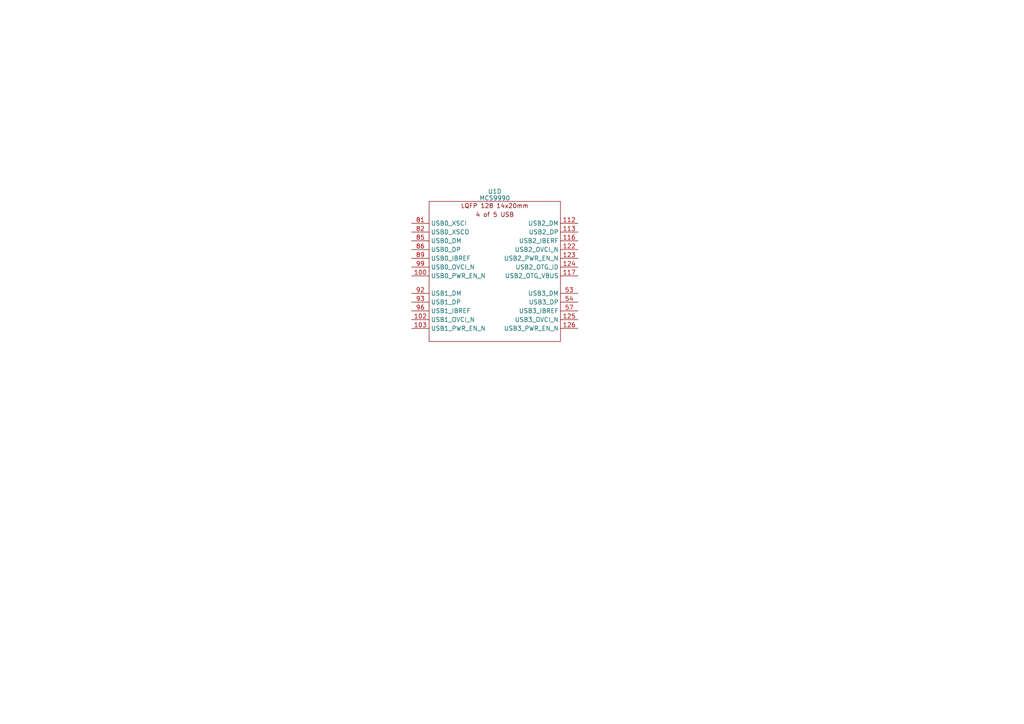
<source format=kicad_sch>
(kicad_sch (version 20230121) (generator eeschema)
  (paper "A4")
  (lib_symbols
    (symbol "html_accel_Symbols:MCS9990"
      (property "Reference" "U" (at 19.05 3.81 0))
      (property "Value" "MCS9990" (at 19.05 1.27 0))
      (symbol "MCS9990_1_0"
        (pin power_in line (at 33.02 -26.67 180) (length 5.08) (name "GND1") (number "1"))
        (pin power_in line (at -5.08 -41.91 0) (length 5.08) (name "+3.3VIO") (number "106"))
        (pin power_in line (at 33.02 -74.93 180) (length 5.08) (name "GND20") (number "107"))
        (pin power_in line (at 33.02 -77.47 180) (length 5.08) (name "GND21") (number "108"))
        (pin power_in line (at -5.08 -26.67 0) (length 5.08) (name "+1.2V") (number "109"))
        (pin power_in line (at 33.02 -31.75 180) (length 5.08) (name "GND3") (number "11"))
        (pin power_in line (at -5.08 -85.09 0) (length 5.08) (name "+3.3VA") (number "110"))
        (pin power_in line (at -5.08 -87.63 0) (length 5.08) (name "+3.3VA") (number "111"))
        (pin power_in line (at 33.02 -80.01 180) (length 5.08) (name "GND22") (number "114"))
        (pin power_in line (at 33.02 -82.55 180) (length 5.08) (name "GND23") (number "115"))
        (pin power_in line (at 33.02 -85.09 180) (length 5.08) (name "GND24") (number "118"))
        (pin power_in line (at -5.08 -90.17 0) (length 5.08) (name "+3.3VA") (number "119"))
        (pin power_in line (at -5.08 -52.07 0) (length 5.08) (name "+1.2VA") (number "12"))
        (pin power_in line (at 33.02 -87.63 180) (length 5.08) (name "GND25") (number "120"))
        (pin power_in line (at -5.08 -29.21 0) (length 5.08) (name "+1.2V") (number "121"))
        (pin power_in line (at -5.08 -44.45 0) (length 5.08) (name "+3.3VIO") (number "127"))
        (pin power_in line (at 33.02 -90.17 180) (length 5.08) (name "GND26") (number "128"))
        (pin power_in line (at -5.08 -54.61 0) (length 5.08) (name "+1.2VA") (number "15"))
        (pin power_in line (at -5.08 -64.77 0) (length 5.08) (name "+3.3VA_PLL") (number "16"))
        (pin power_in line (at 33.02 -34.29 180) (length 5.08) (name "GND4") (number "17"))
        (pin power_in line (at 33.02 -36.83 180) (length 5.08) (name "GND5") (number "18"))
        (pin power_in line (at -5.08 -62.23 0) (length 5.08) (name "+3.3VA_AUX") (number "19"))
        (pin power_in line (at -5.08 -6.35 0) (length 5.08) (name "+3.3VIN_REG") (number "2"))
        (pin power_in line (at -5.08 -13.97 0) (length 5.08) (name "+1.2V") (number "20"))
        (pin power_in line (at 33.02 -39.37 180) (length 5.08) (name "GND6") (number "21"))
        (pin power_in line (at -5.08 -34.29 0) (length 5.08) (name "+3.3VIO") (number "25"))
        (pin power_in line (at 33.02 -41.91 180) (length 5.08) (name "GND7") (number "26"))
        (pin power_out line (at -5.08 -8.89 0) (length 5.08) (name "+1.2VOUT_REG") (number "3"))
        (pin power_in line (at -5.08 -16.51 0) (length 5.08) (name "+1.2V") (number "33"))
        (pin power_in line (at 33.02 -44.45 180) (length 5.08) (name "GND8") (number "34"))
        (pin power_in line (at -5.08 -36.83 0) (length 5.08) (name "+3.3VIO") (number "48"))
        (pin power_in line (at 33.02 -46.99 180) (length 5.08) (name "GND9") (number "50"))
        (pin power_in line (at -5.08 -69.85 0) (length 5.08) (name "+3.3VA") (number "51"))
        (pin power_in line (at -5.08 -72.39 0) (length 5.08) (name "+3.3VA") (number "52"))
        (pin power_in line (at 33.02 -49.53 180) (length 5.08) (name "GND10") (number "55"))
        (pin power_in line (at 33.02 -52.07 180) (length 5.08) (name "GND11") (number "56"))
        (pin power_in line (at -5.08 -19.05 0) (length 5.08) (name "+1.2V") (number "58"))
        (pin power_in line (at 33.02 -54.61 180) (length 5.08) (name "GND12") (number "59"))
        (pin power_in line (at -5.08 -59.69 0) (length 5.08) (name "+1.2VA_AUX") (number "6"))
        (pin power_in line (at 33.02 -57.15 180) (length 5.08) (name "GND13") (number "69"))
        (pin power_in line (at -5.08 -39.37 0) (length 5.08) (name "+3.3VIO") (number "70"))
        (pin power_in line (at 33.02 -59.69 180) (length 5.08) (name "GND14") (number "79"))
        (pin power_in line (at 33.02 -29.21 180) (length 5.08) (name "GND2") (number "8"))
        (pin power_in line (at -5.08 -21.59 0) (length 5.08) (name "+1.2V") (number "80"))
        (pin power_in line (at -5.08 -74.93 0) (length 5.08) (name "+3.3VA") (number "83"))
        (pin power_in line (at -5.08 -77.47 0) (length 5.08) (name "+3.3VA") (number "84"))
        (pin power_in line (at 33.02 -62.23 180) (length 5.08) (name "GND15") (number "87"))
        (pin power_in line (at 33.02 -64.77 180) (length 5.08) (name "GND16") (number "88"))
        (pin power_in line (at -5.08 -80.01 0) (length 5.08) (name "+3.3VA") (number "90"))
        (pin power_in line (at -5.08 -82.55 0) (length 5.08) (name "+3.3VA") (number "91"))
        (pin power_in line (at 33.02 -67.31 180) (length 5.08) (name "GND17") (number "94"))
        (pin power_in line (at 33.02 -69.85 180) (length 5.08) (name "GND18") (number "95"))
        (pin power_in line (at 33.02 -72.39 180) (length 5.08) (name "GND19") (number "97"))
        (pin power_in line (at -5.08 -24.13 0) (length 5.08) (name "+1.2V") (number "98"))
      )
      (symbol "MCS9990_1_1"
        (polyline (pts (xy 0 -46.99) (xy 12.7 -46.99)))
        (rectangle (start 0 0) (end 27.94 -93.98))
        (text "1 of 5 POWER" (at 10.16 -3.81 0) (effects (font (size 1.27 1.27)) (justify left)))
        (text "Analog" (at 6.35 -48.26 0) (effects (font (size 1.27 1.27))))
        (text "LQFP 128 14x20mm" (at 13.97 -1.27 0) (effects (font (size 1.27 1.27))))
      )
      (symbol "MCS9990_2_0"
        (pin bidirectional line (at -5.08 -7.62 0) (length 5.08) (name "GPIO0/D0") (number "35"))
        (pin bidirectional line (at -5.08 -10.16 0) (length 5.08) (name "GPIO1/D1") (number "36"))
        (pin bidirectional line (at -5.08 -12.7 0) (length 5.08) (name "GPIO2/D2") (number "37"))
        (pin bidirectional line (at -5.08 -15.24 0) (length 5.08) (name "GPIO3/D3") (number "38"))
        (pin bidirectional line (at -5.08 -17.78 0) (length 5.08) (name "GPIO4/D4") (number "39"))
        (pin bidirectional line (at -5.08 -20.32 0) (length 5.08) (name "GPIO5/D5") (number "40"))
        (pin bidirectional line (at -5.08 -22.86 0) (length 5.08) (name "GPIO6/D6") (number "41"))
        (pin bidirectional line (at -5.08 -25.4 0) (length 5.08) (name "GPIO7/D7") (number "42"))
        (pin input line (at 36.83 -7.62 180) (length 5.08) (name "GPIO8/INTA") (number "43"))
        (pin input line (at 36.83 -17.78 180) (length 5.08) (name "GPIO9/INTB") (number "44"))
        (pin input line (at 36.83 -25.4 180) (length 5.08) (name "GPIO10/INTC") (number "45"))
        (pin input line (at 36.83 -35.56 180) (length 5.08) (name "GPIO11/INTD") (number "46"))
        (pin output line (at 36.83 -10.16 180) (length 5.08) (name "GPIO12/CSA_N") (number "65"))
        (pin output line (at 36.83 -20.32 180) (length 5.08) (name "GPIO13/CSB_N") (number "66"))
        (pin output line (at 36.83 -27.94 180) (length 5.08) (name "GPIO14/CSC_N") (number "67"))
        (pin output line (at 36.83 -38.1 180) (length 5.08) (name "GPIO15/CSD_N") (number "68"))
        (pin output line (at 36.83 -43.18 180) (length 5.08) (name "GPIO16/RESET") (number "71"))
        (pin output line (at -5.08 -40.64 0) (length 5.08) (name "GPIO17/IOW_N") (number "72"))
        (pin output line (at -5.08 -43.18 0) (length 5.08) (name "GPIO18/IOR_N") (number "73"))
        (pin input line (at 36.83 -30.48 180) (length 5.08) (name "GPIO23/IOCHRDY2") (number "74"))
        (pin output line (at -5.08 -30.48 0) (length 5.08) (name "GPIO19/A0") (number "75"))
        (pin output line (at -5.08 -33.02 0) (length 5.08) (name "GPIO20/A1") (number "76"))
        (pin output line (at -5.08 -35.56 0) (length 5.08) (name "GPIO21/A2") (number "77"))
        (pin input line (at 36.83 -12.7 180) (length 5.08) (name "GPIO22/IOCHRDY1") (number "78"))
      )
      (symbol "MCS9990_2_1"
        (rectangle (start 0 0) (end 31.75 -46.99))
        (text "2 of 5 GPIO" (at 11.43 -3.81 0) (effects (font (size 1.27 1.27)) (justify left)))
        (text "LQFP 128 14x20mm" (at 16.51 -1.27 0) (effects (font (size 1.27 1.27))))
      )
      (symbol "MCS9990_3_0"
        (pin input line (at -5.08 -21.59 0) (length 5.08) (name "PCIE_RXDP") (number "10"))
        (pin output line (at -5.08 -8.89 0) (length 5.08) (name "PCIE_TXDP") (number "13"))
        (pin output line (at -5.08 -13.97 0) (length 5.08) (name "PCIE_TXDN") (number "14"))
        (pin output line (at 33.02 -24.13 180) (length 5.08) (name "PCIE_CLKREQ_N") (number "22"))
        (pin input line (at 33.02 -29.21 180) (length 5.08) (name "PCIE_PERST_N") (number "28"))
        (pin input line (at 33.02 -19.05 180) (length 5.08) (name "PCIE_REFCLKN") (number "4"))
        (pin input line (at 33.02 -16.51 180) (length 5.08) (name "PCIE_REFCLKP") (number "5"))
        (pin input line (at -5.08 -26.67 0) (length 5.08) (name "PCIE_RXDN") (number "9"))
      )
      (symbol "MCS9990_3_1"
        (rectangle (start 0 0) (end 27.94 -35.56))
        (text "3 of 5 PCIE" (at 10.16 -3.81 0) (effects (font (size 1.27 1.27)) (justify left)))
        (text "LQFP 128 14x20mm" (at 13.97 -1.27 0) (effects (font (size 1.27 1.27))))
        (pin output line (at 33.02 -26.67 180) (length 5.08) (name "PCIE_WAKE_N") (number "23"))
        (pin output line (at 33.02 -33.02 180) (length 5.08) (name "REXT") (number "7"))
      )
      (symbol "MCS9990_4_0"
        (pin output line (at -5.08 -36.83 0) (length 5.08) (name "USB1_PWR_EN_N") (number "103"))
        (pin bidirectional line (at 43.18 -6.35 180) (length 5.08) (name "USB2_DM") (number "112"))
        (pin input line (at 43.18 -21.59 180) (length 5.08) (name "USB2_OTG_VBUS") (number "117"))
        (pin input line (at 43.18 -13.97 180) (length 5.08) (name "USB2_OVCI_N") (number "122"))
        (pin output line (at 43.18 -16.51 180) (length 5.08) (name "USB2_PWR_EN_N") (number "123"))
        (pin input line (at 43.18 -19.05 180) (length 5.08) (name "USB2_OTG_ID") (number "124"))
        (pin input line (at 43.18 -34.29 180) (length 5.08) (name "USB3_OVCI_N") (number "125"))
        (pin output line (at 43.18 -36.83 180) (length 5.08) (name "USB3_PWR_EN_N") (number "126"))
        (pin bidirectional line (at 43.18 -26.67 180) (length 5.08) (name "USB3_DM") (number "53"))
        (pin bidirectional line (at 43.18 -29.21 180) (length 5.08) (name "USB3_DP") (number "54"))
        (pin input line (at 43.18 -31.75 180) (length 5.08) (name "USB3_IBREF") (number "57"))
        (pin input line (at -5.08 -6.35 0) (length 5.08) (name "USB0_XSCI") (number "81"))
        (pin output line (at -5.08 -8.89 0) (length 5.08) (name "USB0_XSCO") (number "82"))
      )
      (symbol "MCS9990_4_1"
        (rectangle (start 0 0) (end 38.1 -40.64))
        (text "4 of 5 USB" (at 19.05 -3.81 0) (effects (font (size 1.27 1.27))))
        (text "LQFP 128 14x20mm" (at 19.05 -1.27 0) (effects (font (size 1.27 1.27))))
        (pin output line (at -5.08 -21.59 0) (length 5.08) (name "USB0_PWR_EN_N") (number "100"))
        (pin input line (at -5.08 -34.29 0) (length 5.08) (name "USB1_OVCI_N") (number "102"))
        (pin bidirectional line (at 43.18 -8.89 180) (length 5.08) (name "USB2_DP") (number "113"))
        (pin input line (at 43.18 -11.43 180) (length 5.08) (name "USB2_IBERF") (number "116"))
        (pin bidirectional line (at -5.08 -11.43 0) (length 5.08) (name "USB0_DM") (number "85"))
        (pin bidirectional line (at -5.08 -13.97 0) (length 5.08) (name "USB0_DP") (number "86"))
        (pin input line (at -5.08 -16.51 0) (length 5.08) (name "USB0_IBREF") (number "89"))
        (pin bidirectional line (at -5.08 -26.67 0) (length 5.08) (name "USB1_DM") (number "92"))
        (pin bidirectional line (at -5.08 -29.21 0) (length 5.08) (name "USB1_DP") (number "93"))
        (pin input line (at -5.08 -31.75 0) (length 5.08) (name "USB1_IBREF") (number "96"))
        (pin input line (at -5.08 -19.05 0) (length 5.08) (name "USB0_OVCI_N") (number "99"))
      )
      (symbol "MCS9990_5_0"
        (pin bidirectional line (at -5.08 -27.94 0) (length 5.08) (name "LN_STAT2") (number "101"))
        (pin bidirectional line (at -5.08 -22.86 0) (length 5.08) (name "LN_STAT0") (number "104"))
        (pin bidirectional line (at -5.08 -25.4 0) (length 5.08) (name "LN_STAT1") (number "105"))
        (pin input line (at -5.08 -12.7 0) (length 5.08) (name "MODE_SEL0") (number "24"))
        (pin input line (at -5.08 -7.62 0) (length 5.08) (name "OTG_EN_N") (number "27"))
        (pin bidirectional line (at -5.08 -33.02 0) (length 5.08) (name "EE_SCL") (number "29"))
        (pin bidirectional line (at -5.08 -35.56 0) (length 5.08) (name "EE_SDA") (number "30"))
        (pin input line (at -5.08 -43.18 0) (length 5.08) (name "TEST_EN") (number "32"))
        (pin input line (at -5.08 -15.24 0) (length 5.08) (name "MODE_SEL1") (number "47"))
        (pin input line (at -5.08 -17.78 0) (length 5.08) (name "MODE_SEL2") (number "49"))
        (pin input line (at 33.02 -7.62 180) (length 5.08) (name "JTAG_TCK") (number "60"))
        (pin input line (at 33.02 -10.16 180) (length 5.08) (name "JTAG_TDI") (number "61"))
        (pin output line (at 33.02 -12.7 180) (length 5.08) (name "JTAG_TDO") (number "62"))
        (pin input line (at 33.02 -15.24 180) (length 5.08) (name "JTAG_TMS") (number "63"))
        (pin input line (at 33.02 -17.78 180) (length 5.08) (name "JTAG_TRST_N") (number "64"))
      )
      (symbol "MCS9990_5_1"
        (rectangle (start 0 0) (end 27.94 -45.72))
        (text "5 of 5 Misc/JTAG" (at 13.97 -3.81 0) (effects (font (size 1.27 1.27))))
        (text "LQFP 128 14x20mm" (at 13.97 -1.27 0) (effects (font (size 1.27 1.27))))
        (pin input line (at -5.08 -40.64 0) (length 5.08) (name "SCAN_EN") (number "31"))
      )
    )
  )
  (symbol (lib_id "html_accel_Symbols:MCS9990") (at 124.46 58.42 0) (unit 4)
    (property "Reference" "U1" (at 143.51 55.5371 0))
    (property "Value" "MCS9990" (at 143.51 57.4581 0))
    (property "Footprint" "Package_QFP:LQFP-128_14x14mm_P0.4mm" (effects hide))
  )
)
</source>
